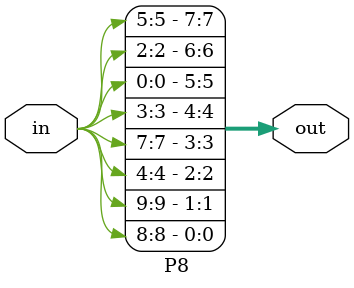
<source format=v>
module P8 (in, out);
input [0:9] in;
output [0:7] out;

assign out = {in[6-1], in[3-1], in[1-1], in[4-1], in[8-1], in[5-1], in[10-1], in[9-1]}; 
endmodule

</source>
